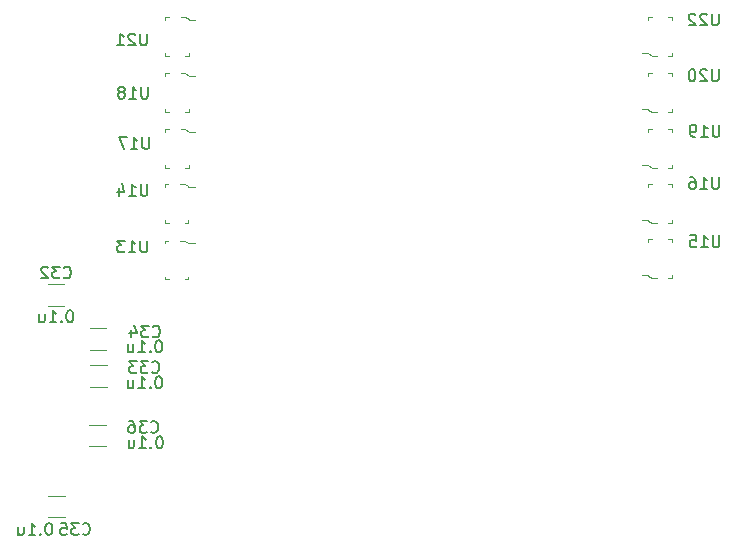
<source format=gbo>
G04 #@! TF.GenerationSoftware,KiCad,Pcbnew,7.0.10*
G04 #@! TF.CreationDate,2024-02-19T16:33:24-05:00*
G04 #@! TF.ProjectId,sdt_lpf,7364745f-6c70-4662-9e6b-696361645f70,rev?*
G04 #@! TF.SameCoordinates,PX62de0f0PY8af5bb0*
G04 #@! TF.FileFunction,Legend,Bot*
G04 #@! TF.FilePolarity,Positive*
%FSLAX46Y46*%
G04 Gerber Fmt 4.6, Leading zero omitted, Abs format (unit mm)*
G04 Created by KiCad (PCBNEW 7.0.10) date 2024-02-19 16:33:24*
%MOMM*%
%LPD*%
G01*
G04 APERTURE LIST*
%ADD10C,0.150000*%
%ADD11C,0.100000*%
%ADD12C,0.120000*%
G04 APERTURE END LIST*
D10*
X11638094Y47695181D02*
X11638094Y46885658D01*
X11638094Y46885658D02*
X11590475Y46790420D01*
X11590475Y46790420D02*
X11542856Y46742800D01*
X11542856Y46742800D02*
X11447618Y46695181D01*
X11447618Y46695181D02*
X11257142Y46695181D01*
X11257142Y46695181D02*
X11161904Y46742800D01*
X11161904Y46742800D02*
X11114285Y46790420D01*
X11114285Y46790420D02*
X11066666Y46885658D01*
X11066666Y46885658D02*
X11066666Y47695181D01*
X10066666Y46695181D02*
X10638094Y46695181D01*
X10352380Y46695181D02*
X10352380Y47695181D01*
X10352380Y47695181D02*
X10447618Y47552324D01*
X10447618Y47552324D02*
X10542856Y47457086D01*
X10542856Y47457086D02*
X10638094Y47409467D01*
X9733332Y47695181D02*
X9066666Y47695181D01*
X9066666Y47695181D02*
X9495237Y46695181D01*
X11438094Y56470181D02*
X11438094Y55660658D01*
X11438094Y55660658D02*
X11390475Y55565420D01*
X11390475Y55565420D02*
X11342856Y55517800D01*
X11342856Y55517800D02*
X11247618Y55470181D01*
X11247618Y55470181D02*
X11057142Y55470181D01*
X11057142Y55470181D02*
X10961904Y55517800D01*
X10961904Y55517800D02*
X10914285Y55565420D01*
X10914285Y55565420D02*
X10866666Y55660658D01*
X10866666Y55660658D02*
X10866666Y56470181D01*
X10438094Y56374943D02*
X10390475Y56422562D01*
X10390475Y56422562D02*
X10295237Y56470181D01*
X10295237Y56470181D02*
X10057142Y56470181D01*
X10057142Y56470181D02*
X9961904Y56422562D01*
X9961904Y56422562D02*
X9914285Y56374943D01*
X9914285Y56374943D02*
X9866666Y56279705D01*
X9866666Y56279705D02*
X9866666Y56184467D01*
X9866666Y56184467D02*
X9914285Y56041610D01*
X9914285Y56041610D02*
X10485713Y55470181D01*
X10485713Y55470181D02*
X9866666Y55470181D01*
X8914285Y55470181D02*
X9485713Y55470181D01*
X9199999Y55470181D02*
X9199999Y56470181D01*
X9199999Y56470181D02*
X9295237Y56327324D01*
X9295237Y56327324D02*
X9390475Y56232086D01*
X9390475Y56232086D02*
X9485713Y56184467D01*
X11767857Y22765420D02*
X11815476Y22717800D01*
X11815476Y22717800D02*
X11958333Y22670181D01*
X11958333Y22670181D02*
X12053571Y22670181D01*
X12053571Y22670181D02*
X12196428Y22717800D01*
X12196428Y22717800D02*
X12291666Y22813039D01*
X12291666Y22813039D02*
X12339285Y22908277D01*
X12339285Y22908277D02*
X12386904Y23098753D01*
X12386904Y23098753D02*
X12386904Y23241610D01*
X12386904Y23241610D02*
X12339285Y23432086D01*
X12339285Y23432086D02*
X12291666Y23527324D01*
X12291666Y23527324D02*
X12196428Y23622562D01*
X12196428Y23622562D02*
X12053571Y23670181D01*
X12053571Y23670181D02*
X11958333Y23670181D01*
X11958333Y23670181D02*
X11815476Y23622562D01*
X11815476Y23622562D02*
X11767857Y23574943D01*
X11434523Y23670181D02*
X10815476Y23670181D01*
X10815476Y23670181D02*
X11148809Y23289229D01*
X11148809Y23289229D02*
X11005952Y23289229D01*
X11005952Y23289229D02*
X10910714Y23241610D01*
X10910714Y23241610D02*
X10863095Y23193991D01*
X10863095Y23193991D02*
X10815476Y23098753D01*
X10815476Y23098753D02*
X10815476Y22860658D01*
X10815476Y22860658D02*
X10863095Y22765420D01*
X10863095Y22765420D02*
X10910714Y22717800D01*
X10910714Y22717800D02*
X11005952Y22670181D01*
X11005952Y22670181D02*
X11291666Y22670181D01*
X11291666Y22670181D02*
X11386904Y22717800D01*
X11386904Y22717800D02*
X11434523Y22765420D01*
X9958333Y23670181D02*
X10148809Y23670181D01*
X10148809Y23670181D02*
X10244047Y23622562D01*
X10244047Y23622562D02*
X10291666Y23574943D01*
X10291666Y23574943D02*
X10386904Y23432086D01*
X10386904Y23432086D02*
X10434523Y23241610D01*
X10434523Y23241610D02*
X10434523Y22860658D01*
X10434523Y22860658D02*
X10386904Y22765420D01*
X10386904Y22765420D02*
X10339285Y22717800D01*
X10339285Y22717800D02*
X10244047Y22670181D01*
X10244047Y22670181D02*
X10053571Y22670181D01*
X10053571Y22670181D02*
X9958333Y22717800D01*
X9958333Y22717800D02*
X9910714Y22765420D01*
X9910714Y22765420D02*
X9863095Y22860658D01*
X9863095Y22860658D02*
X9863095Y23098753D01*
X9863095Y23098753D02*
X9910714Y23193991D01*
X9910714Y23193991D02*
X9958333Y23241610D01*
X9958333Y23241610D02*
X10053571Y23289229D01*
X10053571Y23289229D02*
X10244047Y23289229D01*
X10244047Y23289229D02*
X10339285Y23241610D01*
X10339285Y23241610D02*
X10386904Y23193991D01*
X10386904Y23193991D02*
X10434523Y23098753D01*
X12539285Y22370181D02*
X12444047Y22370181D01*
X12444047Y22370181D02*
X12348809Y22322562D01*
X12348809Y22322562D02*
X12301190Y22274943D01*
X12301190Y22274943D02*
X12253571Y22179705D01*
X12253571Y22179705D02*
X12205952Y21989229D01*
X12205952Y21989229D02*
X12205952Y21751134D01*
X12205952Y21751134D02*
X12253571Y21560658D01*
X12253571Y21560658D02*
X12301190Y21465420D01*
X12301190Y21465420D02*
X12348809Y21417800D01*
X12348809Y21417800D02*
X12444047Y21370181D01*
X12444047Y21370181D02*
X12539285Y21370181D01*
X12539285Y21370181D02*
X12634523Y21417800D01*
X12634523Y21417800D02*
X12682142Y21465420D01*
X12682142Y21465420D02*
X12729761Y21560658D01*
X12729761Y21560658D02*
X12777380Y21751134D01*
X12777380Y21751134D02*
X12777380Y21989229D01*
X12777380Y21989229D02*
X12729761Y22179705D01*
X12729761Y22179705D02*
X12682142Y22274943D01*
X12682142Y22274943D02*
X12634523Y22322562D01*
X12634523Y22322562D02*
X12539285Y22370181D01*
X11777380Y21465420D02*
X11729761Y21417800D01*
X11729761Y21417800D02*
X11777380Y21370181D01*
X11777380Y21370181D02*
X11824999Y21417800D01*
X11824999Y21417800D02*
X11777380Y21465420D01*
X11777380Y21465420D02*
X11777380Y21370181D01*
X10777381Y21370181D02*
X11348809Y21370181D01*
X11063095Y21370181D02*
X11063095Y22370181D01*
X11063095Y22370181D02*
X11158333Y22227324D01*
X11158333Y22227324D02*
X11253571Y22132086D01*
X11253571Y22132086D02*
X11348809Y22084467D01*
X9920238Y22036848D02*
X9920238Y21370181D01*
X10348809Y22036848D02*
X10348809Y21513039D01*
X10348809Y21513039D02*
X10301190Y21417800D01*
X10301190Y21417800D02*
X10205952Y21370181D01*
X10205952Y21370181D02*
X10063095Y21370181D01*
X10063095Y21370181D02*
X9967857Y21417800D01*
X9967857Y21417800D02*
X9920238Y21465420D01*
X11488094Y43745181D02*
X11488094Y42935658D01*
X11488094Y42935658D02*
X11440475Y42840420D01*
X11440475Y42840420D02*
X11392856Y42792800D01*
X11392856Y42792800D02*
X11297618Y42745181D01*
X11297618Y42745181D02*
X11107142Y42745181D01*
X11107142Y42745181D02*
X11011904Y42792800D01*
X11011904Y42792800D02*
X10964285Y42840420D01*
X10964285Y42840420D02*
X10916666Y42935658D01*
X10916666Y42935658D02*
X10916666Y43745181D01*
X9916666Y42745181D02*
X10488094Y42745181D01*
X10202380Y42745181D02*
X10202380Y43745181D01*
X10202380Y43745181D02*
X10297618Y43602324D01*
X10297618Y43602324D02*
X10392856Y43507086D01*
X10392856Y43507086D02*
X10488094Y43459467D01*
X9059523Y43411848D02*
X9059523Y42745181D01*
X9297618Y43792800D02*
X9535713Y43078515D01*
X9535713Y43078515D02*
X8916666Y43078515D01*
X59838094Y58170181D02*
X59838094Y57360658D01*
X59838094Y57360658D02*
X59790475Y57265420D01*
X59790475Y57265420D02*
X59742856Y57217800D01*
X59742856Y57217800D02*
X59647618Y57170181D01*
X59647618Y57170181D02*
X59457142Y57170181D01*
X59457142Y57170181D02*
X59361904Y57217800D01*
X59361904Y57217800D02*
X59314285Y57265420D01*
X59314285Y57265420D02*
X59266666Y57360658D01*
X59266666Y57360658D02*
X59266666Y58170181D01*
X58838094Y58074943D02*
X58790475Y58122562D01*
X58790475Y58122562D02*
X58695237Y58170181D01*
X58695237Y58170181D02*
X58457142Y58170181D01*
X58457142Y58170181D02*
X58361904Y58122562D01*
X58361904Y58122562D02*
X58314285Y58074943D01*
X58314285Y58074943D02*
X58266666Y57979705D01*
X58266666Y57979705D02*
X58266666Y57884467D01*
X58266666Y57884467D02*
X58314285Y57741610D01*
X58314285Y57741610D02*
X58885713Y57170181D01*
X58885713Y57170181D02*
X58266666Y57170181D01*
X57885713Y58074943D02*
X57838094Y58122562D01*
X57838094Y58122562D02*
X57742856Y58170181D01*
X57742856Y58170181D02*
X57504761Y58170181D01*
X57504761Y58170181D02*
X57409523Y58122562D01*
X57409523Y58122562D02*
X57361904Y58074943D01*
X57361904Y58074943D02*
X57314285Y57979705D01*
X57314285Y57979705D02*
X57314285Y57884467D01*
X57314285Y57884467D02*
X57361904Y57741610D01*
X57361904Y57741610D02*
X57933332Y57170181D01*
X57933332Y57170181D02*
X57314285Y57170181D01*
X59863094Y44320181D02*
X59863094Y43510658D01*
X59863094Y43510658D02*
X59815475Y43415420D01*
X59815475Y43415420D02*
X59767856Y43367800D01*
X59767856Y43367800D02*
X59672618Y43320181D01*
X59672618Y43320181D02*
X59482142Y43320181D01*
X59482142Y43320181D02*
X59386904Y43367800D01*
X59386904Y43367800D02*
X59339285Y43415420D01*
X59339285Y43415420D02*
X59291666Y43510658D01*
X59291666Y43510658D02*
X59291666Y44320181D01*
X58291666Y43320181D02*
X58863094Y43320181D01*
X58577380Y43320181D02*
X58577380Y44320181D01*
X58577380Y44320181D02*
X58672618Y44177324D01*
X58672618Y44177324D02*
X58767856Y44082086D01*
X58767856Y44082086D02*
X58863094Y44034467D01*
X57434523Y44320181D02*
X57624999Y44320181D01*
X57624999Y44320181D02*
X57720237Y44272562D01*
X57720237Y44272562D02*
X57767856Y44224943D01*
X57767856Y44224943D02*
X57863094Y44082086D01*
X57863094Y44082086D02*
X57910713Y43891610D01*
X57910713Y43891610D02*
X57910713Y43510658D01*
X57910713Y43510658D02*
X57863094Y43415420D01*
X57863094Y43415420D02*
X57815475Y43367800D01*
X57815475Y43367800D02*
X57720237Y43320181D01*
X57720237Y43320181D02*
X57529761Y43320181D01*
X57529761Y43320181D02*
X57434523Y43367800D01*
X57434523Y43367800D02*
X57386904Y43415420D01*
X57386904Y43415420D02*
X57339285Y43510658D01*
X57339285Y43510658D02*
X57339285Y43748753D01*
X57339285Y43748753D02*
X57386904Y43843991D01*
X57386904Y43843991D02*
X57434523Y43891610D01*
X57434523Y43891610D02*
X57529761Y43939229D01*
X57529761Y43939229D02*
X57720237Y43939229D01*
X57720237Y43939229D02*
X57815475Y43891610D01*
X57815475Y43891610D02*
X57863094Y43843991D01*
X57863094Y43843991D02*
X57910713Y43748753D01*
X11463094Y38945181D02*
X11463094Y38135658D01*
X11463094Y38135658D02*
X11415475Y38040420D01*
X11415475Y38040420D02*
X11367856Y37992800D01*
X11367856Y37992800D02*
X11272618Y37945181D01*
X11272618Y37945181D02*
X11082142Y37945181D01*
X11082142Y37945181D02*
X10986904Y37992800D01*
X10986904Y37992800D02*
X10939285Y38040420D01*
X10939285Y38040420D02*
X10891666Y38135658D01*
X10891666Y38135658D02*
X10891666Y38945181D01*
X9891666Y37945181D02*
X10463094Y37945181D01*
X10177380Y37945181D02*
X10177380Y38945181D01*
X10177380Y38945181D02*
X10272618Y38802324D01*
X10272618Y38802324D02*
X10367856Y38707086D01*
X10367856Y38707086D02*
X10463094Y38659467D01*
X9558332Y38945181D02*
X8939285Y38945181D01*
X8939285Y38945181D02*
X9272618Y38564229D01*
X9272618Y38564229D02*
X9129761Y38564229D01*
X9129761Y38564229D02*
X9034523Y38516610D01*
X9034523Y38516610D02*
X8986904Y38468991D01*
X8986904Y38468991D02*
X8939285Y38373753D01*
X8939285Y38373753D02*
X8939285Y38135658D01*
X8939285Y38135658D02*
X8986904Y38040420D01*
X8986904Y38040420D02*
X9034523Y37992800D01*
X9034523Y37992800D02*
X9129761Y37945181D01*
X9129761Y37945181D02*
X9415475Y37945181D01*
X9415475Y37945181D02*
X9510713Y37992800D01*
X9510713Y37992800D02*
X9558332Y38040420D01*
X11513094Y51970181D02*
X11513094Y51160658D01*
X11513094Y51160658D02*
X11465475Y51065420D01*
X11465475Y51065420D02*
X11417856Y51017800D01*
X11417856Y51017800D02*
X11322618Y50970181D01*
X11322618Y50970181D02*
X11132142Y50970181D01*
X11132142Y50970181D02*
X11036904Y51017800D01*
X11036904Y51017800D02*
X10989285Y51065420D01*
X10989285Y51065420D02*
X10941666Y51160658D01*
X10941666Y51160658D02*
X10941666Y51970181D01*
X9941666Y50970181D02*
X10513094Y50970181D01*
X10227380Y50970181D02*
X10227380Y51970181D01*
X10227380Y51970181D02*
X10322618Y51827324D01*
X10322618Y51827324D02*
X10417856Y51732086D01*
X10417856Y51732086D02*
X10513094Y51684467D01*
X9370237Y51541610D02*
X9465475Y51589229D01*
X9465475Y51589229D02*
X9513094Y51636848D01*
X9513094Y51636848D02*
X9560713Y51732086D01*
X9560713Y51732086D02*
X9560713Y51779705D01*
X9560713Y51779705D02*
X9513094Y51874943D01*
X9513094Y51874943D02*
X9465475Y51922562D01*
X9465475Y51922562D02*
X9370237Y51970181D01*
X9370237Y51970181D02*
X9179761Y51970181D01*
X9179761Y51970181D02*
X9084523Y51922562D01*
X9084523Y51922562D02*
X9036904Y51874943D01*
X9036904Y51874943D02*
X8989285Y51779705D01*
X8989285Y51779705D02*
X8989285Y51732086D01*
X8989285Y51732086D02*
X9036904Y51636848D01*
X9036904Y51636848D02*
X9084523Y51589229D01*
X9084523Y51589229D02*
X9179761Y51541610D01*
X9179761Y51541610D02*
X9370237Y51541610D01*
X9370237Y51541610D02*
X9465475Y51493991D01*
X9465475Y51493991D02*
X9513094Y51446372D01*
X9513094Y51446372D02*
X9560713Y51351134D01*
X9560713Y51351134D02*
X9560713Y51160658D01*
X9560713Y51160658D02*
X9513094Y51065420D01*
X9513094Y51065420D02*
X9465475Y51017800D01*
X9465475Y51017800D02*
X9370237Y50970181D01*
X9370237Y50970181D02*
X9179761Y50970181D01*
X9179761Y50970181D02*
X9084523Y51017800D01*
X9084523Y51017800D02*
X9036904Y51065420D01*
X9036904Y51065420D02*
X8989285Y51160658D01*
X8989285Y51160658D02*
X8989285Y51351134D01*
X8989285Y51351134D02*
X9036904Y51446372D01*
X9036904Y51446372D02*
X9084523Y51493991D01*
X9084523Y51493991D02*
X9179761Y51541610D01*
X11867857Y27815420D02*
X11915476Y27767800D01*
X11915476Y27767800D02*
X12058333Y27720181D01*
X12058333Y27720181D02*
X12153571Y27720181D01*
X12153571Y27720181D02*
X12296428Y27767800D01*
X12296428Y27767800D02*
X12391666Y27863039D01*
X12391666Y27863039D02*
X12439285Y27958277D01*
X12439285Y27958277D02*
X12486904Y28148753D01*
X12486904Y28148753D02*
X12486904Y28291610D01*
X12486904Y28291610D02*
X12439285Y28482086D01*
X12439285Y28482086D02*
X12391666Y28577324D01*
X12391666Y28577324D02*
X12296428Y28672562D01*
X12296428Y28672562D02*
X12153571Y28720181D01*
X12153571Y28720181D02*
X12058333Y28720181D01*
X12058333Y28720181D02*
X11915476Y28672562D01*
X11915476Y28672562D02*
X11867857Y28624943D01*
X11534523Y28720181D02*
X10915476Y28720181D01*
X10915476Y28720181D02*
X11248809Y28339229D01*
X11248809Y28339229D02*
X11105952Y28339229D01*
X11105952Y28339229D02*
X11010714Y28291610D01*
X11010714Y28291610D02*
X10963095Y28243991D01*
X10963095Y28243991D02*
X10915476Y28148753D01*
X10915476Y28148753D02*
X10915476Y27910658D01*
X10915476Y27910658D02*
X10963095Y27815420D01*
X10963095Y27815420D02*
X11010714Y27767800D01*
X11010714Y27767800D02*
X11105952Y27720181D01*
X11105952Y27720181D02*
X11391666Y27720181D01*
X11391666Y27720181D02*
X11486904Y27767800D01*
X11486904Y27767800D02*
X11534523Y27815420D01*
X10582142Y28720181D02*
X9963095Y28720181D01*
X9963095Y28720181D02*
X10296428Y28339229D01*
X10296428Y28339229D02*
X10153571Y28339229D01*
X10153571Y28339229D02*
X10058333Y28291610D01*
X10058333Y28291610D02*
X10010714Y28243991D01*
X10010714Y28243991D02*
X9963095Y28148753D01*
X9963095Y28148753D02*
X9963095Y27910658D01*
X9963095Y27910658D02*
X10010714Y27815420D01*
X10010714Y27815420D02*
X10058333Y27767800D01*
X10058333Y27767800D02*
X10153571Y27720181D01*
X10153571Y27720181D02*
X10439285Y27720181D01*
X10439285Y27720181D02*
X10534523Y27767800D01*
X10534523Y27767800D02*
X10582142Y27815420D01*
X12489285Y27445181D02*
X12394047Y27445181D01*
X12394047Y27445181D02*
X12298809Y27397562D01*
X12298809Y27397562D02*
X12251190Y27349943D01*
X12251190Y27349943D02*
X12203571Y27254705D01*
X12203571Y27254705D02*
X12155952Y27064229D01*
X12155952Y27064229D02*
X12155952Y26826134D01*
X12155952Y26826134D02*
X12203571Y26635658D01*
X12203571Y26635658D02*
X12251190Y26540420D01*
X12251190Y26540420D02*
X12298809Y26492800D01*
X12298809Y26492800D02*
X12394047Y26445181D01*
X12394047Y26445181D02*
X12489285Y26445181D01*
X12489285Y26445181D02*
X12584523Y26492800D01*
X12584523Y26492800D02*
X12632142Y26540420D01*
X12632142Y26540420D02*
X12679761Y26635658D01*
X12679761Y26635658D02*
X12727380Y26826134D01*
X12727380Y26826134D02*
X12727380Y27064229D01*
X12727380Y27064229D02*
X12679761Y27254705D01*
X12679761Y27254705D02*
X12632142Y27349943D01*
X12632142Y27349943D02*
X12584523Y27397562D01*
X12584523Y27397562D02*
X12489285Y27445181D01*
X11727380Y26540420D02*
X11679761Y26492800D01*
X11679761Y26492800D02*
X11727380Y26445181D01*
X11727380Y26445181D02*
X11774999Y26492800D01*
X11774999Y26492800D02*
X11727380Y26540420D01*
X11727380Y26540420D02*
X11727380Y26445181D01*
X10727381Y26445181D02*
X11298809Y26445181D01*
X11013095Y26445181D02*
X11013095Y27445181D01*
X11013095Y27445181D02*
X11108333Y27302324D01*
X11108333Y27302324D02*
X11203571Y27207086D01*
X11203571Y27207086D02*
X11298809Y27159467D01*
X9870238Y27111848D02*
X9870238Y26445181D01*
X10298809Y27111848D02*
X10298809Y26588039D01*
X10298809Y26588039D02*
X10251190Y26492800D01*
X10251190Y26492800D02*
X10155952Y26445181D01*
X10155952Y26445181D02*
X10013095Y26445181D01*
X10013095Y26445181D02*
X9917857Y26492800D01*
X9917857Y26492800D02*
X9870238Y26540420D01*
X6002857Y14110420D02*
X6050476Y14062800D01*
X6050476Y14062800D02*
X6193333Y14015181D01*
X6193333Y14015181D02*
X6288571Y14015181D01*
X6288571Y14015181D02*
X6431428Y14062800D01*
X6431428Y14062800D02*
X6526666Y14158039D01*
X6526666Y14158039D02*
X6574285Y14253277D01*
X6574285Y14253277D02*
X6621904Y14443753D01*
X6621904Y14443753D02*
X6621904Y14586610D01*
X6621904Y14586610D02*
X6574285Y14777086D01*
X6574285Y14777086D02*
X6526666Y14872324D01*
X6526666Y14872324D02*
X6431428Y14967562D01*
X6431428Y14967562D02*
X6288571Y15015181D01*
X6288571Y15015181D02*
X6193333Y15015181D01*
X6193333Y15015181D02*
X6050476Y14967562D01*
X6050476Y14967562D02*
X6002857Y14919943D01*
X5669523Y15015181D02*
X5050476Y15015181D01*
X5050476Y15015181D02*
X5383809Y14634229D01*
X5383809Y14634229D02*
X5240952Y14634229D01*
X5240952Y14634229D02*
X5145714Y14586610D01*
X5145714Y14586610D02*
X5098095Y14538991D01*
X5098095Y14538991D02*
X5050476Y14443753D01*
X5050476Y14443753D02*
X5050476Y14205658D01*
X5050476Y14205658D02*
X5098095Y14110420D01*
X5098095Y14110420D02*
X5145714Y14062800D01*
X5145714Y14062800D02*
X5240952Y14015181D01*
X5240952Y14015181D02*
X5526666Y14015181D01*
X5526666Y14015181D02*
X5621904Y14062800D01*
X5621904Y14062800D02*
X5669523Y14110420D01*
X4145714Y15015181D02*
X4621904Y15015181D01*
X4621904Y15015181D02*
X4669523Y14538991D01*
X4669523Y14538991D02*
X4621904Y14586610D01*
X4621904Y14586610D02*
X4526666Y14634229D01*
X4526666Y14634229D02*
X4288571Y14634229D01*
X4288571Y14634229D02*
X4193333Y14586610D01*
X4193333Y14586610D02*
X4145714Y14538991D01*
X4145714Y14538991D02*
X4098095Y14443753D01*
X4098095Y14443753D02*
X4098095Y14205658D01*
X4098095Y14205658D02*
X4145714Y14110420D01*
X4145714Y14110420D02*
X4193333Y14062800D01*
X4193333Y14062800D02*
X4288571Y14015181D01*
X4288571Y14015181D02*
X4526666Y14015181D01*
X4526666Y14015181D02*
X4621904Y14062800D01*
X4621904Y14062800D02*
X4669523Y14110420D01*
X3184285Y15015181D02*
X3089047Y15015181D01*
X3089047Y15015181D02*
X2993809Y14967562D01*
X2993809Y14967562D02*
X2946190Y14919943D01*
X2946190Y14919943D02*
X2898571Y14824705D01*
X2898571Y14824705D02*
X2850952Y14634229D01*
X2850952Y14634229D02*
X2850952Y14396134D01*
X2850952Y14396134D02*
X2898571Y14205658D01*
X2898571Y14205658D02*
X2946190Y14110420D01*
X2946190Y14110420D02*
X2993809Y14062800D01*
X2993809Y14062800D02*
X3089047Y14015181D01*
X3089047Y14015181D02*
X3184285Y14015181D01*
X3184285Y14015181D02*
X3279523Y14062800D01*
X3279523Y14062800D02*
X3327142Y14110420D01*
X3327142Y14110420D02*
X3374761Y14205658D01*
X3374761Y14205658D02*
X3422380Y14396134D01*
X3422380Y14396134D02*
X3422380Y14634229D01*
X3422380Y14634229D02*
X3374761Y14824705D01*
X3374761Y14824705D02*
X3327142Y14919943D01*
X3327142Y14919943D02*
X3279523Y14967562D01*
X3279523Y14967562D02*
X3184285Y15015181D01*
X2422380Y14110420D02*
X2374761Y14062800D01*
X2374761Y14062800D02*
X2422380Y14015181D01*
X2422380Y14015181D02*
X2469999Y14062800D01*
X2469999Y14062800D02*
X2422380Y14110420D01*
X2422380Y14110420D02*
X2422380Y14015181D01*
X1422381Y14015181D02*
X1993809Y14015181D01*
X1708095Y14015181D02*
X1708095Y15015181D01*
X1708095Y15015181D02*
X1803333Y14872324D01*
X1803333Y14872324D02*
X1898571Y14777086D01*
X1898571Y14777086D02*
X1993809Y14729467D01*
X565238Y14681848D02*
X565238Y14015181D01*
X993809Y14681848D02*
X993809Y14158039D01*
X993809Y14158039D02*
X946190Y14062800D01*
X946190Y14062800D02*
X850952Y14015181D01*
X850952Y14015181D02*
X708095Y14015181D01*
X708095Y14015181D02*
X612857Y14062800D01*
X612857Y14062800D02*
X565238Y14110420D01*
X59913094Y48745181D02*
X59913094Y47935658D01*
X59913094Y47935658D02*
X59865475Y47840420D01*
X59865475Y47840420D02*
X59817856Y47792800D01*
X59817856Y47792800D02*
X59722618Y47745181D01*
X59722618Y47745181D02*
X59532142Y47745181D01*
X59532142Y47745181D02*
X59436904Y47792800D01*
X59436904Y47792800D02*
X59389285Y47840420D01*
X59389285Y47840420D02*
X59341666Y47935658D01*
X59341666Y47935658D02*
X59341666Y48745181D01*
X58341666Y47745181D02*
X58913094Y47745181D01*
X58627380Y47745181D02*
X58627380Y48745181D01*
X58627380Y48745181D02*
X58722618Y48602324D01*
X58722618Y48602324D02*
X58817856Y48507086D01*
X58817856Y48507086D02*
X58913094Y48459467D01*
X57865475Y47745181D02*
X57674999Y47745181D01*
X57674999Y47745181D02*
X57579761Y47792800D01*
X57579761Y47792800D02*
X57532142Y47840420D01*
X57532142Y47840420D02*
X57436904Y47983277D01*
X57436904Y47983277D02*
X57389285Y48173753D01*
X57389285Y48173753D02*
X57389285Y48554705D01*
X57389285Y48554705D02*
X57436904Y48649943D01*
X57436904Y48649943D02*
X57484523Y48697562D01*
X57484523Y48697562D02*
X57579761Y48745181D01*
X57579761Y48745181D02*
X57770237Y48745181D01*
X57770237Y48745181D02*
X57865475Y48697562D01*
X57865475Y48697562D02*
X57913094Y48649943D01*
X57913094Y48649943D02*
X57960713Y48554705D01*
X57960713Y48554705D02*
X57960713Y48316610D01*
X57960713Y48316610D02*
X57913094Y48221372D01*
X57913094Y48221372D02*
X57865475Y48173753D01*
X57865475Y48173753D02*
X57770237Y48126134D01*
X57770237Y48126134D02*
X57579761Y48126134D01*
X57579761Y48126134D02*
X57484523Y48173753D01*
X57484523Y48173753D02*
X57436904Y48221372D01*
X57436904Y48221372D02*
X57389285Y48316610D01*
X59913094Y39395181D02*
X59913094Y38585658D01*
X59913094Y38585658D02*
X59865475Y38490420D01*
X59865475Y38490420D02*
X59817856Y38442800D01*
X59817856Y38442800D02*
X59722618Y38395181D01*
X59722618Y38395181D02*
X59532142Y38395181D01*
X59532142Y38395181D02*
X59436904Y38442800D01*
X59436904Y38442800D02*
X59389285Y38490420D01*
X59389285Y38490420D02*
X59341666Y38585658D01*
X59341666Y38585658D02*
X59341666Y39395181D01*
X58341666Y38395181D02*
X58913094Y38395181D01*
X58627380Y38395181D02*
X58627380Y39395181D01*
X58627380Y39395181D02*
X58722618Y39252324D01*
X58722618Y39252324D02*
X58817856Y39157086D01*
X58817856Y39157086D02*
X58913094Y39109467D01*
X57436904Y39395181D02*
X57913094Y39395181D01*
X57913094Y39395181D02*
X57960713Y38918991D01*
X57960713Y38918991D02*
X57913094Y38966610D01*
X57913094Y38966610D02*
X57817856Y39014229D01*
X57817856Y39014229D02*
X57579761Y39014229D01*
X57579761Y39014229D02*
X57484523Y38966610D01*
X57484523Y38966610D02*
X57436904Y38918991D01*
X57436904Y38918991D02*
X57389285Y38823753D01*
X57389285Y38823753D02*
X57389285Y38585658D01*
X57389285Y38585658D02*
X57436904Y38490420D01*
X57436904Y38490420D02*
X57484523Y38442800D01*
X57484523Y38442800D02*
X57579761Y38395181D01*
X57579761Y38395181D02*
X57817856Y38395181D01*
X57817856Y38395181D02*
X57913094Y38442800D01*
X57913094Y38442800D02*
X57960713Y38490420D01*
X11917857Y30840420D02*
X11965476Y30792800D01*
X11965476Y30792800D02*
X12108333Y30745181D01*
X12108333Y30745181D02*
X12203571Y30745181D01*
X12203571Y30745181D02*
X12346428Y30792800D01*
X12346428Y30792800D02*
X12441666Y30888039D01*
X12441666Y30888039D02*
X12489285Y30983277D01*
X12489285Y30983277D02*
X12536904Y31173753D01*
X12536904Y31173753D02*
X12536904Y31316610D01*
X12536904Y31316610D02*
X12489285Y31507086D01*
X12489285Y31507086D02*
X12441666Y31602324D01*
X12441666Y31602324D02*
X12346428Y31697562D01*
X12346428Y31697562D02*
X12203571Y31745181D01*
X12203571Y31745181D02*
X12108333Y31745181D01*
X12108333Y31745181D02*
X11965476Y31697562D01*
X11965476Y31697562D02*
X11917857Y31649943D01*
X11584523Y31745181D02*
X10965476Y31745181D01*
X10965476Y31745181D02*
X11298809Y31364229D01*
X11298809Y31364229D02*
X11155952Y31364229D01*
X11155952Y31364229D02*
X11060714Y31316610D01*
X11060714Y31316610D02*
X11013095Y31268991D01*
X11013095Y31268991D02*
X10965476Y31173753D01*
X10965476Y31173753D02*
X10965476Y30935658D01*
X10965476Y30935658D02*
X11013095Y30840420D01*
X11013095Y30840420D02*
X11060714Y30792800D01*
X11060714Y30792800D02*
X11155952Y30745181D01*
X11155952Y30745181D02*
X11441666Y30745181D01*
X11441666Y30745181D02*
X11536904Y30792800D01*
X11536904Y30792800D02*
X11584523Y30840420D01*
X10108333Y31411848D02*
X10108333Y30745181D01*
X10346428Y31792800D02*
X10584523Y31078515D01*
X10584523Y31078515D02*
X9965476Y31078515D01*
X12489285Y30495181D02*
X12394047Y30495181D01*
X12394047Y30495181D02*
X12298809Y30447562D01*
X12298809Y30447562D02*
X12251190Y30399943D01*
X12251190Y30399943D02*
X12203571Y30304705D01*
X12203571Y30304705D02*
X12155952Y30114229D01*
X12155952Y30114229D02*
X12155952Y29876134D01*
X12155952Y29876134D02*
X12203571Y29685658D01*
X12203571Y29685658D02*
X12251190Y29590420D01*
X12251190Y29590420D02*
X12298809Y29542800D01*
X12298809Y29542800D02*
X12394047Y29495181D01*
X12394047Y29495181D02*
X12489285Y29495181D01*
X12489285Y29495181D02*
X12584523Y29542800D01*
X12584523Y29542800D02*
X12632142Y29590420D01*
X12632142Y29590420D02*
X12679761Y29685658D01*
X12679761Y29685658D02*
X12727380Y29876134D01*
X12727380Y29876134D02*
X12727380Y30114229D01*
X12727380Y30114229D02*
X12679761Y30304705D01*
X12679761Y30304705D02*
X12632142Y30399943D01*
X12632142Y30399943D02*
X12584523Y30447562D01*
X12584523Y30447562D02*
X12489285Y30495181D01*
X11727380Y29590420D02*
X11679761Y29542800D01*
X11679761Y29542800D02*
X11727380Y29495181D01*
X11727380Y29495181D02*
X11774999Y29542800D01*
X11774999Y29542800D02*
X11727380Y29590420D01*
X11727380Y29590420D02*
X11727380Y29495181D01*
X10727381Y29495181D02*
X11298809Y29495181D01*
X11013095Y29495181D02*
X11013095Y30495181D01*
X11013095Y30495181D02*
X11108333Y30352324D01*
X11108333Y30352324D02*
X11203571Y30257086D01*
X11203571Y30257086D02*
X11298809Y30209467D01*
X9870238Y30161848D02*
X9870238Y29495181D01*
X10298809Y30161848D02*
X10298809Y29638039D01*
X10298809Y29638039D02*
X10251190Y29542800D01*
X10251190Y29542800D02*
X10155952Y29495181D01*
X10155952Y29495181D02*
X10013095Y29495181D01*
X10013095Y29495181D02*
X9917857Y29542800D01*
X9917857Y29542800D02*
X9870238Y29590420D01*
X59838094Y53445181D02*
X59838094Y52635658D01*
X59838094Y52635658D02*
X59790475Y52540420D01*
X59790475Y52540420D02*
X59742856Y52492800D01*
X59742856Y52492800D02*
X59647618Y52445181D01*
X59647618Y52445181D02*
X59457142Y52445181D01*
X59457142Y52445181D02*
X59361904Y52492800D01*
X59361904Y52492800D02*
X59314285Y52540420D01*
X59314285Y52540420D02*
X59266666Y52635658D01*
X59266666Y52635658D02*
X59266666Y53445181D01*
X58838094Y53349943D02*
X58790475Y53397562D01*
X58790475Y53397562D02*
X58695237Y53445181D01*
X58695237Y53445181D02*
X58457142Y53445181D01*
X58457142Y53445181D02*
X58361904Y53397562D01*
X58361904Y53397562D02*
X58314285Y53349943D01*
X58314285Y53349943D02*
X58266666Y53254705D01*
X58266666Y53254705D02*
X58266666Y53159467D01*
X58266666Y53159467D02*
X58314285Y53016610D01*
X58314285Y53016610D02*
X58885713Y52445181D01*
X58885713Y52445181D02*
X58266666Y52445181D01*
X57647618Y53445181D02*
X57552380Y53445181D01*
X57552380Y53445181D02*
X57457142Y53397562D01*
X57457142Y53397562D02*
X57409523Y53349943D01*
X57409523Y53349943D02*
X57361904Y53254705D01*
X57361904Y53254705D02*
X57314285Y53064229D01*
X57314285Y53064229D02*
X57314285Y52826134D01*
X57314285Y52826134D02*
X57361904Y52635658D01*
X57361904Y52635658D02*
X57409523Y52540420D01*
X57409523Y52540420D02*
X57457142Y52492800D01*
X57457142Y52492800D02*
X57552380Y52445181D01*
X57552380Y52445181D02*
X57647618Y52445181D01*
X57647618Y52445181D02*
X57742856Y52492800D01*
X57742856Y52492800D02*
X57790475Y52540420D01*
X57790475Y52540420D02*
X57838094Y52635658D01*
X57838094Y52635658D02*
X57885713Y52826134D01*
X57885713Y52826134D02*
X57885713Y53064229D01*
X57885713Y53064229D02*
X57838094Y53254705D01*
X57838094Y53254705D02*
X57790475Y53349943D01*
X57790475Y53349943D02*
X57742856Y53397562D01*
X57742856Y53397562D02*
X57647618Y53445181D01*
X4392857Y35840420D02*
X4440476Y35792800D01*
X4440476Y35792800D02*
X4583333Y35745181D01*
X4583333Y35745181D02*
X4678571Y35745181D01*
X4678571Y35745181D02*
X4821428Y35792800D01*
X4821428Y35792800D02*
X4916666Y35888039D01*
X4916666Y35888039D02*
X4964285Y35983277D01*
X4964285Y35983277D02*
X5011904Y36173753D01*
X5011904Y36173753D02*
X5011904Y36316610D01*
X5011904Y36316610D02*
X4964285Y36507086D01*
X4964285Y36507086D02*
X4916666Y36602324D01*
X4916666Y36602324D02*
X4821428Y36697562D01*
X4821428Y36697562D02*
X4678571Y36745181D01*
X4678571Y36745181D02*
X4583333Y36745181D01*
X4583333Y36745181D02*
X4440476Y36697562D01*
X4440476Y36697562D02*
X4392857Y36649943D01*
X4059523Y36745181D02*
X3440476Y36745181D01*
X3440476Y36745181D02*
X3773809Y36364229D01*
X3773809Y36364229D02*
X3630952Y36364229D01*
X3630952Y36364229D02*
X3535714Y36316610D01*
X3535714Y36316610D02*
X3488095Y36268991D01*
X3488095Y36268991D02*
X3440476Y36173753D01*
X3440476Y36173753D02*
X3440476Y35935658D01*
X3440476Y35935658D02*
X3488095Y35840420D01*
X3488095Y35840420D02*
X3535714Y35792800D01*
X3535714Y35792800D02*
X3630952Y35745181D01*
X3630952Y35745181D02*
X3916666Y35745181D01*
X3916666Y35745181D02*
X4011904Y35792800D01*
X4011904Y35792800D02*
X4059523Y35840420D01*
X3059523Y36649943D02*
X3011904Y36697562D01*
X3011904Y36697562D02*
X2916666Y36745181D01*
X2916666Y36745181D02*
X2678571Y36745181D01*
X2678571Y36745181D02*
X2583333Y36697562D01*
X2583333Y36697562D02*
X2535714Y36649943D01*
X2535714Y36649943D02*
X2488095Y36554705D01*
X2488095Y36554705D02*
X2488095Y36459467D01*
X2488095Y36459467D02*
X2535714Y36316610D01*
X2535714Y36316610D02*
X3107142Y35745181D01*
X3107142Y35745181D02*
X2488095Y35745181D01*
X4964285Y33045181D02*
X4869047Y33045181D01*
X4869047Y33045181D02*
X4773809Y32997562D01*
X4773809Y32997562D02*
X4726190Y32949943D01*
X4726190Y32949943D02*
X4678571Y32854705D01*
X4678571Y32854705D02*
X4630952Y32664229D01*
X4630952Y32664229D02*
X4630952Y32426134D01*
X4630952Y32426134D02*
X4678571Y32235658D01*
X4678571Y32235658D02*
X4726190Y32140420D01*
X4726190Y32140420D02*
X4773809Y32092800D01*
X4773809Y32092800D02*
X4869047Y32045181D01*
X4869047Y32045181D02*
X4964285Y32045181D01*
X4964285Y32045181D02*
X5059523Y32092800D01*
X5059523Y32092800D02*
X5107142Y32140420D01*
X5107142Y32140420D02*
X5154761Y32235658D01*
X5154761Y32235658D02*
X5202380Y32426134D01*
X5202380Y32426134D02*
X5202380Y32664229D01*
X5202380Y32664229D02*
X5154761Y32854705D01*
X5154761Y32854705D02*
X5107142Y32949943D01*
X5107142Y32949943D02*
X5059523Y32997562D01*
X5059523Y32997562D02*
X4964285Y33045181D01*
X4202380Y32140420D02*
X4154761Y32092800D01*
X4154761Y32092800D02*
X4202380Y32045181D01*
X4202380Y32045181D02*
X4249999Y32092800D01*
X4249999Y32092800D02*
X4202380Y32140420D01*
X4202380Y32140420D02*
X4202380Y32045181D01*
X3202381Y32045181D02*
X3773809Y32045181D01*
X3488095Y32045181D02*
X3488095Y33045181D01*
X3488095Y33045181D02*
X3583333Y32902324D01*
X3583333Y32902324D02*
X3678571Y32807086D01*
X3678571Y32807086D02*
X3773809Y32759467D01*
X2345238Y32711848D02*
X2345238Y32045181D01*
X2773809Y32711848D02*
X2773809Y32188039D01*
X2773809Y32188039D02*
X2726190Y32092800D01*
X2726190Y32092800D02*
X2630952Y32045181D01*
X2630952Y32045181D02*
X2488095Y32045181D01*
X2488095Y32045181D02*
X2392857Y32092800D01*
X2392857Y32092800D02*
X2345238Y32140420D01*
D11*
X14675000Y48400000D02*
X14300000Y48400000D01*
X14675000Y48400000D02*
X15000000Y48175000D01*
X13000000Y48400000D02*
X13300000Y48400000D01*
X15000000Y48175000D02*
X15000000Y48150000D01*
X15000000Y48150000D02*
X15525000Y48150000D01*
X13000000Y48150000D02*
X13000000Y48400000D01*
X15000000Y45350000D02*
X15000000Y45100000D01*
X13000000Y45350000D02*
X13000000Y45100000D01*
X15000000Y45100000D02*
X14700000Y45100000D01*
X13000000Y45100000D02*
X13325000Y45100000D01*
X14675000Y57900000D02*
X14300000Y57900000D01*
X14675000Y57900000D02*
X15000000Y57675000D01*
X13000000Y57900000D02*
X13300000Y57900000D01*
X15000000Y57675000D02*
X15000000Y57650000D01*
X15000000Y57650000D02*
X15525000Y57650000D01*
X13000000Y57650000D02*
X13000000Y57900000D01*
X15000000Y54850000D02*
X15000000Y54600000D01*
X13000000Y54850000D02*
X13000000Y54600000D01*
X15000000Y54600000D02*
X14700000Y54600000D01*
X13000000Y54600000D02*
X13325000Y54600000D01*
D12*
X7961252Y21540000D02*
X6538748Y21540000D01*
X7961252Y23360000D02*
X6538748Y23360000D01*
D11*
X14625000Y43750000D02*
X14250000Y43750000D01*
X14625000Y43750000D02*
X14950000Y43525000D01*
X12950000Y43750000D02*
X13250000Y43750000D01*
X14950000Y43525000D02*
X14950000Y43500000D01*
X14950000Y43500000D02*
X15475000Y43500000D01*
X12950000Y43500000D02*
X12950000Y43750000D01*
X14950000Y40700000D02*
X14950000Y40450000D01*
X12950000Y40700000D02*
X12950000Y40450000D01*
X14950000Y40450000D02*
X14650000Y40450000D01*
X12950000Y40450000D02*
X13275000Y40450000D01*
X54225000Y54600000D02*
X54600000Y54600000D01*
X54225000Y54600000D02*
X53900000Y54825000D01*
X55900000Y54600000D02*
X55600000Y54600000D01*
X53900000Y54825000D02*
X53900000Y54850000D01*
X53900000Y54850000D02*
X53375000Y54850000D01*
X55900000Y54850000D02*
X55900000Y54600000D01*
X53900000Y57650000D02*
X53900000Y57900000D01*
X55900000Y57650000D02*
X55900000Y57900000D01*
X53900000Y57900000D02*
X54200000Y57900000D01*
X55900000Y57900000D02*
X55575000Y57900000D01*
X54225000Y40400000D02*
X54600000Y40400000D01*
X54225000Y40400000D02*
X53900000Y40625000D01*
X55900000Y40400000D02*
X55600000Y40400000D01*
X53900000Y40625000D02*
X53900000Y40650000D01*
X53900000Y40650000D02*
X53375000Y40650000D01*
X55900000Y40650000D02*
X55900000Y40400000D01*
X53900000Y43450000D02*
X53900000Y43700000D01*
X55900000Y43450000D02*
X55900000Y43700000D01*
X53900000Y43700000D02*
X54200000Y43700000D01*
X55900000Y43700000D02*
X55575000Y43700000D01*
X14625000Y38950000D02*
X14250000Y38950000D01*
X14625000Y38950000D02*
X14950000Y38725000D01*
X12950000Y38950000D02*
X13250000Y38950000D01*
X14950000Y38725000D02*
X14950000Y38700000D01*
X14950000Y38700000D02*
X15475000Y38700000D01*
X12950000Y38700000D02*
X12950000Y38950000D01*
X14950000Y35900000D02*
X14950000Y35650000D01*
X12950000Y35900000D02*
X12950000Y35650000D01*
X14950000Y35650000D02*
X14650000Y35650000D01*
X12950000Y35650000D02*
X13275000Y35650000D01*
X14675000Y53100000D02*
X14300000Y53100000D01*
X14675000Y53100000D02*
X15000000Y52875000D01*
X13000000Y53100000D02*
X13300000Y53100000D01*
X15000000Y52875000D02*
X15000000Y52850000D01*
X15000000Y52850000D02*
X15525000Y52850000D01*
X13000000Y52850000D02*
X13000000Y53100000D01*
X15000000Y50050000D02*
X15000000Y49800000D01*
X13000000Y50050000D02*
X13000000Y49800000D01*
X15000000Y49800000D02*
X14700000Y49800000D01*
X13000000Y49800000D02*
X13325000Y49800000D01*
D12*
X8061252Y26590000D02*
X6638748Y26590000D01*
X8061252Y28410000D02*
X6638748Y28410000D01*
X4486252Y15540000D02*
X3063748Y15540000D01*
X4486252Y17360000D02*
X3063748Y17360000D01*
D11*
X54225000Y45100000D02*
X54600000Y45100000D01*
X54225000Y45100000D02*
X53900000Y45325000D01*
X55900000Y45100000D02*
X55600000Y45100000D01*
X53900000Y45325000D02*
X53900000Y45350000D01*
X53900000Y45350000D02*
X53375000Y45350000D01*
X55900000Y45350000D02*
X55900000Y45100000D01*
X53900000Y48150000D02*
X53900000Y48400000D01*
X55900000Y48150000D02*
X55900000Y48400000D01*
X53900000Y48400000D02*
X54200000Y48400000D01*
X55900000Y48400000D02*
X55575000Y48400000D01*
X54225000Y35750000D02*
X54600000Y35750000D01*
X54225000Y35750000D02*
X53900000Y35975000D01*
X55900000Y35750000D02*
X55600000Y35750000D01*
X53900000Y35975000D02*
X53900000Y36000000D01*
X53900000Y36000000D02*
X53375000Y36000000D01*
X55900000Y36000000D02*
X55900000Y35750000D01*
X53900000Y38800000D02*
X53900000Y39050000D01*
X55900000Y38800000D02*
X55900000Y39050000D01*
X53900000Y39050000D02*
X54200000Y39050000D01*
X55900000Y39050000D02*
X55575000Y39050000D01*
D12*
X8011252Y29690000D02*
X6588748Y29690000D01*
X8011252Y31510000D02*
X6588748Y31510000D01*
D11*
X54225000Y49800000D02*
X54600000Y49800000D01*
X54225000Y49800000D02*
X53900000Y50025000D01*
X55900000Y49800000D02*
X55600000Y49800000D01*
X53900000Y50025000D02*
X53900000Y50050000D01*
X53900000Y50050000D02*
X53375000Y50050000D01*
X55900000Y50050000D02*
X55900000Y49800000D01*
X53900000Y52850000D02*
X53900000Y53100000D01*
X55900000Y52850000D02*
X55900000Y53100000D01*
X53900000Y53100000D02*
X54200000Y53100000D01*
X55900000Y53100000D02*
X55575000Y53100000D01*
D12*
X4461252Y33440000D02*
X3038748Y33440000D01*
X4461252Y35260000D02*
X3038748Y35260000D01*
M02*

</source>
